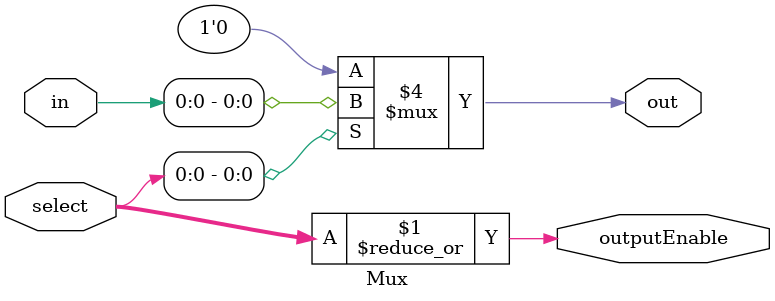
<source format=v>
module Mux #(
		parameter WIDTH = 1,
		parameter INPUTS = 2
	)(
		input wire[INPUTS-1:0] select,
		input wire[(WIDTH*INPUTS)-1:0] in,
		output reg[WIDTH-1:0] out,
		output wire outputEnable
	);
	
	generate
		if (WIDTH == 1) begin
			always @(*) begin
				case (1'b1)
					select[0]: out <= in[WIDTH-1:0];
					default: out <= {WIDTH{1'b0}};
				endcase
			end
		end else if (WIDTH == 2) begin
			always @(*) begin
				case (1'b1)
					select[0]: out <= in[WIDTH-1:0];
					select[1]: out <= in[(1 * WIDTH) + WIDTH - 1:1 * WIDTH];
					default: out <= {WIDTH{1'b0}};
				endcase
			end
		end else if (WIDTH == 3) begin
			always @(*) begin
				case (1'b1)
					select[0]: out <= in[WIDTH-1:0];
					select[1]: out <= in[(1 * WIDTH) + WIDTH - 1:1 * WIDTH];
					select[2]: out <= in[(2 * WIDTH) + WIDTH - 1:2 * WIDTH];
					default: out <= {WIDTH{1'b0}};
				endcase
			end
		end else if (WIDTH == 4) begin
			always @(*) begin
				case (1'b1)
					select[0]: out <= in[WIDTH-1:0];
					select[1]: out <= in[(1 * WIDTH) + WIDTH - 1:1 * WIDTH];
					select[2]: out <= in[(2 * WIDTH) + WIDTH - 1:2 * WIDTH];
					select[3]: out <= in[(3 * WIDTH) + WIDTH - 1:3 * WIDTH];
					default: out <= {WIDTH{1'b0}};
				endcase
			end
		end else if (WIDTH == 5) begin
			always @(*) begin
				case (1'b1)
					select[0]: out <= in[WIDTH-1:0];
					select[1]: out <= in[(1 * WIDTH) + WIDTH - 1:1 * WIDTH];
					select[2]: out <= in[(2 * WIDTH) + WIDTH - 1:2 * WIDTH];
					select[3]: out <= in[(3 * WIDTH) + WIDTH - 1:3 * WIDTH];
					select[4]: out <= in[(4 * WIDTH) + WIDTH - 1:4 * WIDTH];
					default: out <= {WIDTH{1'b0}};
				endcase
			end
		end else if (WIDTH == 6) begin
			always @(*) begin
				case (1'b1)
					select[0]: out <= in[WIDTH-1:0];
					select[1]: out <= in[(1 * WIDTH) + WIDTH - 1:1 * WIDTH];
					select[2]: out <= in[(2 * WIDTH) + WIDTH - 1:2 * WIDTH];
					select[3]: out <= in[(3 * WIDTH) + WIDTH - 1:3 * WIDTH];
					select[4]: out <= in[(4 * WIDTH) + WIDTH - 1:4 * WIDTH];
					select[5]: out <= in[(5 * WIDTH) + WIDTH - 1:5 * WIDTH];
					default: out <= {WIDTH{1'b0}};
				endcase
			end
		end else if (WIDTH == 7) begin
			always @(*) begin
				case (1'b1)
					select[0]: out <= in[WIDTH-1:0];
					select[1]: out <= in[(1 * WIDTH) + WIDTH - 1:1 * WIDTH];
					select[2]: out <= in[(2 * WIDTH) + WIDTH - 1:2 * WIDTH];
					select[3]: out <= in[(3 * WIDTH) + WIDTH - 1:3 * WIDTH];
					select[4]: out <= in[(4 * WIDTH) + WIDTH - 1:4 * WIDTH];
					select[5]: out <= in[(5 * WIDTH) + WIDTH - 1:5 * WIDTH];
					select[6]: out <= in[(6 * WIDTH) + WIDTH - 1:6 * WIDTH];
					default: out <= {WIDTH{1'b0}};
				endcase
			end
		end else if (WIDTH == 8) begin
			always @(*) begin
				case (1'b1)
					select[0]: out <= in[WIDTH-1:0];
					select[1]: out <= in[(1 * WIDTH) + WIDTH - 1:1 * WIDTH];
					select[2]: out <= in[(2 * WIDTH) + WIDTH - 1:2 * WIDTH];
					select[3]: out <= in[(3 * WIDTH) + WIDTH - 1:3 * WIDTH];
					select[4]: out <= in[(4 * WIDTH) + WIDTH - 1:4 * WIDTH];
					select[5]: out <= in[(5 * WIDTH) + WIDTH - 1:5 * WIDTH];
					select[6]: out <= in[(6 * WIDTH) + WIDTH - 1:6 * WIDTH];
					select[7]: out <= in[(7 * WIDTH) + WIDTH - 1:7 * WIDTH];
					default: out <= {WIDTH{1'b0}};
				endcase
			end
		end else begin
			// integer i;
			// always @(*) begin
			// 	for (i = 0; i < INPUTS; i = i + 1) begin
			// 		if (select[i]) out <= in[(i * WIDTH) + WIDTH - 1:i * WIDTH];
			// 	end
			// end
		end
	endgenerate

	assign outputEnable = |select;

endmodule
</source>
